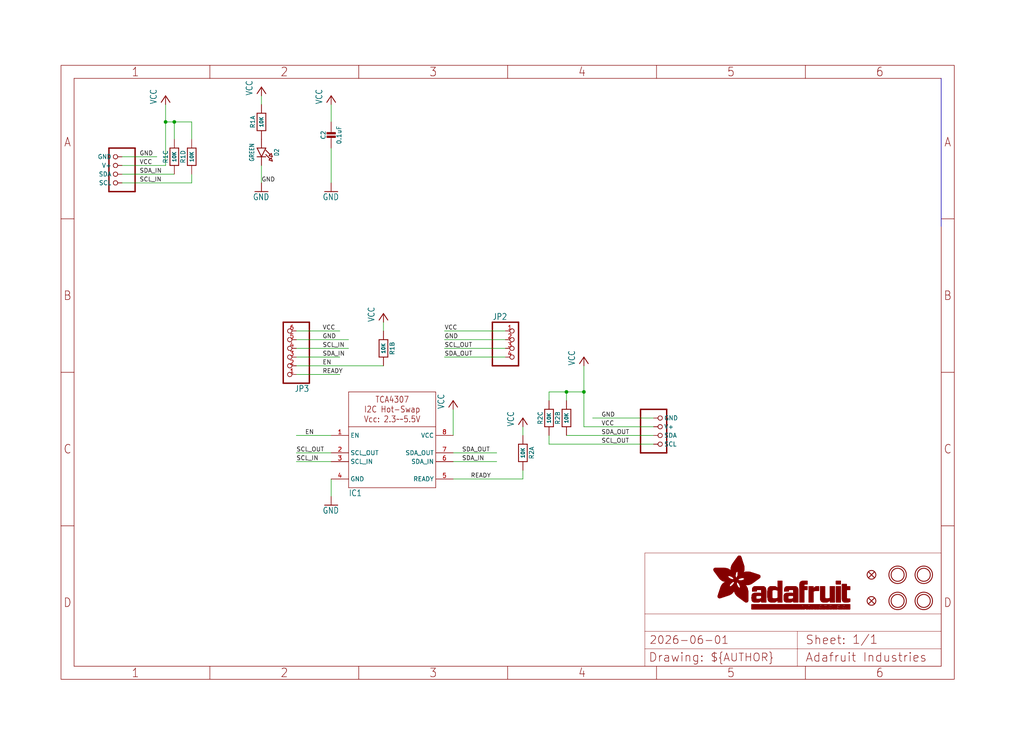
<source format=kicad_sch>
(kicad_sch (version 20230121) (generator eeschema)
  (paper "User" 298.45 217.322)
  (lib_symbols
    (symbol "working-eagle-import:CAP_CERAMIC0603_NO"
      (property "Reference" "C" (at -2.29 1.25 90))
      (symbol "CAP_CERAMIC0603_NO_1_0"
        (pin passive line (at 0 5.08 270) (length 2.54) (name "1") (number "1"))
        (pin passive line (at 0 -2.54 90) (length 2.54) (name "2") (number "2"))
      )
    )
    (symbol "working-eagle-import:FIDUCIAL_1MM")
    (symbol "working-eagle-import:FRAME_A4_ADAFRUIT"
      (symbol "FRAME_A4_ADAFRUIT_1_0"
        (text "${#}/${##}" (at 230.505 10.16 0) (effects (font (size 2.54 2.54)) (justify left bottom)))
        (text "${AUTHOR}" (at 189.23 5.08 0) (effects (font (size 2.286 2.286)) (justify left bottom)))
        (text "${CURRENT_DATE}" (at 171.45 10.16 0) (effects (font (size 2.286 2.286)) (justify left bottom)))
        (text "${PROJECTNAME}" (at 171.45 15.24 0) (effects (font (size 2.54 2.54)) (justify left bottom)))
        (text "1" (at 21.6958 1.905 0) (effects (font (size 2.54 2.286))))
        (text "1" (at 21.6958 177.165 0) (effects (font (size 2.54 2.286))))
        (text "2" (at 65.0875 1.905 0) (effects (font (size 2.54 2.286))))
        (text "2" (at 65.0875 177.165 0) (effects (font (size 2.54 2.286))))
        (text "3" (at 108.4792 1.905 0) (effects (font (size 2.54 2.286))))
        (text "3" (at 108.4792 177.165 0) (effects (font (size 2.54 2.286))))
        (text "4" (at 151.8708 1.905 0) (effects (font (size 2.54 2.286))))
        (text "4" (at 151.8708 177.165 0) (effects (font (size 2.54 2.286))))
        (text "5" (at 195.2625 1.905 0) (effects (font (size 2.54 2.286))))
        (text "5" (at 195.2625 177.165 0) (effects (font (size 2.54 2.286))))
        (text "6" (at 238.6542 1.905 0) (effects (font (size 2.54 2.286))))
        (text "6" (at 238.6542 177.165 0) (effects (font (size 2.54 2.286))))
        (text "A" (at 1.905 156.6863 0) (effects (font (size 2.54 2.286))))
        (text "A" (at 258.445 156.6863 0) (effects (font (size 2.54 2.286))))
        (text "Adafruit Industries" (at 216.916 4.953 0) (effects (font (size 2.54 2.54)) (justify left bottom)))
        (text "B" (at 1.905 111.9188 0) (effects (font (size 2.54 2.286))))
        (text "B" (at 258.445 111.9188 0) (effects (font (size 2.54 2.286))))
        (text "C" (at 1.905 67.1513 0) (effects (font (size 2.54 2.286))))
        (text "C" (at 258.445 67.1513 0) (effects (font (size 2.54 2.286))))
        (text "D" (at 1.905 22.3838 0) (effects (font (size 2.54 2.286))))
        (text "D" (at 258.445 22.3838 0) (effects (font (size 2.54 2.286))))
        (text "Drawing:" (at 171.196 4.953 0) (effects (font (size 2.54 2.54)) (justify left bottom)))
        (text "Sheet:" (at 216.916 10.033 0) (effects (font (size 2.54 2.54)) (justify left bottom)))
      )
    )
    (symbol "working-eagle-import:GND" (power)
      (property "Value" "GND" (at -2.54 -2.54 0))
      (symbol "GND_1_0"
        (pin power_in line (at 0 2.54 270) (length 2.54) (name "GND") (number "1"))
      )
    )
    (symbol "working-eagle-import:HEADER-1X4ROUND"
      (property "Reference" "JP" (at -6.35 8.255 0))
      (symbol "HEADER-1X4ROUND_1_0"
        (pin passive inverted (at -2.54 5.08 0) (length 2.54) (name "1") (number "1"))
        (pin passive inverted (at -2.54 2.54 0) (length 2.54) (name "2") (number "2"))
        (pin passive inverted (at -2.54 0 0) (length 2.54) (name "3") (number "3"))
        (pin passive inverted (at -2.54 -2.54 0) (length 2.54) (name "4") (number "4"))
      )
    )
    (symbol "working-eagle-import:HEADER-1X670MIL"
      (property "Reference" "JP" (at -6.35 10.795 0))
      (symbol "HEADER-1X670MIL_1_0"
        (pin passive inverted (at -2.54 7.62 0) (length 2.54) (name "1") (number "1"))
        (pin passive inverted (at -2.54 5.08 0) (length 2.54) (name "2") (number "2"))
        (pin passive inverted (at -2.54 2.54 0) (length 2.54) (name "3") (number "3"))
        (pin passive inverted (at -2.54 0 0) (length 2.54) (name "4") (number "4"))
        (pin passive inverted (at -2.54 -2.54 0) (length 2.54) (name "5") (number "5"))
        (pin passive inverted (at -2.54 -5.08 0) (length 2.54) (name "6") (number "6"))
      )
    )
    (symbol "working-eagle-import:LED0603_NOOUTLINE"
      (property "Reference" "D" (at -1.27 4.445 0))
      (symbol "LED0603_NOOUTLINE_1_0"
        (pin passive line (at -5.08 0 0) (length 2.54) (name "A") (number "A"))
        (pin passive line (at 2.54 0 180) (length 2.54) (name "C") (number "C"))
      )
    )
    (symbol "working-eagle-import:MOUNTINGHOLE2.5")
    (symbol "working-eagle-import:RESISTOR_4PACK"
      (property "Reference" "R" (at 0 2.54 0))
      (symbol "RESISTOR_4PACK_1_0"
        (pin passive line (at -5.08 0 0) (length 2.54) (name "1") (number "1"))
        (pin passive line (at 5.08 0 180) (length 2.54) (name "2") (number "8"))
      )
      (symbol "RESISTOR_4PACK_2_0"
        (pin passive line (at -5.08 0 0) (length 2.54) (name "1") (number "2"))
        (pin passive line (at 5.08 0 180) (length 2.54) (name "2") (number "7"))
      )
      (symbol "RESISTOR_4PACK_3_0"
        (pin passive line (at -5.08 0 0) (length 2.54) (name "1") (number "3"))
        (pin passive line (at 5.08 0 180) (length 2.54) (name "2") (number "6"))
      )
      (symbol "RESISTOR_4PACK_4_0"
        (pin passive line (at -5.08 0 0) (length 2.54) (name "1") (number "4"))
        (pin passive line (at 5.08 0 180) (length 2.54) (name "2") (number "5"))
      )
    )
    (symbol "working-eagle-import:STEMMA_I2C_QT"
      (symbol "STEMMA_I2C_QT_1_0"
        (pin passive inverted (at 0 5.08 0) (length 2.54) (name "GND") (number "1"))
        (pin passive inverted (at 0 2.54 0) (length 2.54) (name "V+") (number "2"))
        (pin passive inverted (at 0 0 0) (length 2.54) (name "SDA") (number "3"))
        (pin passive inverted (at 0 -2.54 0) (length 2.54) (name "SCL") (number "4"))
      )
      (symbol "STEMMA_I2C_QT_2_0"
        (pin bidirectional line (at 0 0 0) (length 5.08) (name "MT") (number "MT1"))
      )
      (symbol "STEMMA_I2C_QT_3_0"
        (pin bidirectional line (at 0 0 0) (length 5.08) (name "MT") (number "MT2"))
      )
    )
    (symbol "working-eagle-import:TCA4307"
      (property "Reference" "IC" (at -12.7 -12.7 0))
      (symbol "TCA4307_1_0"
        (text "TCA4307\nI2C Hot-Swap\nVcc: 2.3~~5.5V" (at 0 12.7 0) (effects (font (size 1.778 1.5113))))
        (pin bidirectional line (at -17.78 5.08 0) (length 5.08) (name "EN") (number "1"))
        (pin bidirectional line (at -17.78 0 0) (length 5.08) (name "SCL_OUT") (number "2"))
        (pin bidirectional line (at -17.78 -2.54 0) (length 5.08) (name "SCL_IN") (number "3"))
        (pin bidirectional line (at -17.78 -7.62 0) (length 5.08) (name "GND") (number "4"))
        (pin bidirectional line (at 17.78 -7.62 180) (length 5.08) (name "READY") (number "5"))
        (pin bidirectional line (at 17.78 -2.54 180) (length 5.08) (name "SDA_IN") (number "6"))
        (pin bidirectional line (at 17.78 0 180) (length 5.08) (name "SDA_OUT") (number "7"))
        (pin bidirectional line (at 17.78 5.08 180) (length 5.08) (name "VCC") (number "8"))
      )
    )
    (symbol "working-eagle-import:VCC" (power)
      (property "Value" "VCC" (at -2.54 -2.54 90))
      (symbol "VCC_1_0"
        (pin power_in line (at 0 -2.54 90) (length 2.54) (name "VCC") (number "1"))
      )
    )
  )
  (junction (at 48.26 35.56))
  (junction (at 50.8 35.56))
  (junction (at 170.18 114.3))
  (junction (at 165.1 114.3))
  (wire (pts (xy 147.32 99.06) (xy 129.54 99.06)) (stroke (width 0.1524)))
  (wire (pts (xy 160.02 114.3) (xy 160.02 116.84)) (stroke (width 0.1524)))
  (wire (pts (xy 165.1 114.3) (xy 165.1 116.84)) (stroke (width 0.1524)))
  (wire (pts (xy 96.52 139.7) (xy 96.52 144.78)) (stroke (width 0.1524)))
  (wire (pts (xy 132.08 139.7) (xy 152.4 139.7)) (stroke (width 0.1524)))
  (wire (pts (xy 96.52 132.08) (xy 86.36 132.08)) (stroke (width 0.1524)))
  (wire (pts (xy 86.36 99.06) (xy 101.6 99.06)) (stroke (width 0.1524)))
  (wire (pts (xy 111.76 93.98) (xy 111.76 96.52)) (stroke (width 0.1524)))
  (wire (pts (xy 132.08 134.62) (xy 144.78 134.62)) (stroke (width 0.1524)))
  (wire (pts (xy 152.4 139.7) (xy 152.4 137.16)) (stroke (width 0.1524)))
  (wire (pts (xy 86.36 106.68) (xy 111.76 106.68)) (stroke (width 0.1524)))
  (wire (pts (xy 50.8 40.64) (xy 50.8 35.56)) (stroke (width 0.1524)))
  (wire (pts (xy 129.54 104.14) (xy 147.32 104.14)) (stroke (width 0.1524)))
  (wire (pts (xy 152.4 127) (xy 152.4 124.46)) (stroke (width 0.1524)))
  (wire (pts (xy 48.26 48.26) (xy 48.26 35.56)) (stroke (width 0.1524)))
  (wire (pts (xy 55.88 53.34) (xy 55.88 50.8)) (stroke (width 0.1524)))
  (wire (pts (xy 96.52 53.34) (xy 96.52 43.18)) (stroke (width 0.1524)))
  (wire (pts (xy 76.2 27.94) (xy 76.2 30.48)) (stroke (width 0.1524)))
  (polyline (pts (xy 274.32 22.86) (xy 274.32 66.04)) (stroke (width 0.1524) (type solid)))
  (wire (pts (xy 35.56 48.26) (xy 48.26 48.26)) (stroke (width 0.1524)))
  (wire (pts (xy 190.5 129.54) (xy 160.02 129.54)) (stroke (width 0.1524)))
  (wire (pts (xy 86.36 134.62) (xy 96.52 134.62)) (stroke (width 0.1524)))
  (wire (pts (xy 48.26 35.56) (xy 50.8 35.56)) (stroke (width 0.1524)))
  (wire (pts (xy 35.56 50.8) (xy 50.8 50.8)) (stroke (width 0.1524)))
  (wire (pts (xy 170.18 124.46) (xy 170.18 114.3)) (stroke (width 0.1524)))
  (wire (pts (xy 86.36 104.14) (xy 99.06 104.14)) (stroke (width 0.1524)))
  (wire (pts (xy 165.1 114.3) (xy 160.02 114.3)) (stroke (width 0.1524)))
  (wire (pts (xy 170.18 114.3) (xy 165.1 114.3)) (stroke (width 0.1524)))
  (wire (pts (xy 170.18 106.68) (xy 170.18 114.3)) (stroke (width 0.1524)))
  (wire (pts (xy 96.52 30.48) (xy 96.52 35.56)) (stroke (width 0.1524)))
  (wire (pts (xy 50.8 35.56) (xy 55.88 35.56)) (stroke (width 0.1524)))
  (wire (pts (xy 86.36 109.22) (xy 99.06 109.22)) (stroke (width 0.1524)))
  (wire (pts (xy 55.88 35.56) (xy 55.88 40.64)) (stroke (width 0.1524)))
  (wire (pts (xy 190.5 124.46) (xy 170.18 124.46)) (stroke (width 0.1524)))
  (wire (pts (xy 86.36 96.52) (xy 99.06 96.52)) (stroke (width 0.1524)))
  (wire (pts (xy 160.02 127) (xy 160.02 129.54)) (stroke (width 0.1524)))
  (wire (pts (xy 76.2 48.26) (xy 76.2 53.34)) (stroke (width 0.1524)))
  (wire (pts (xy 172.72 121.92) (xy 190.5 121.92)) (stroke (width 0.1524)))
  (wire (pts (xy 144.78 132.08) (xy 132.08 132.08)) (stroke (width 0.1524)))
  (wire (pts (xy 48.26 30.48) (xy 48.26 35.56)) (stroke (width 0.1524)))
  (wire (pts (xy 35.56 53.34) (xy 55.88 53.34)) (stroke (width 0.1524)))
  (wire (pts (xy 96.52 127) (xy 86.36 127)) (stroke (width 0.1524)))
  (wire (pts (xy 35.56 45.72) (xy 45.72 45.72)) (stroke (width 0.1524)))
  (wire (pts (xy 132.08 127) (xy 132.08 119.38)) (stroke (width 0.1524)))
  (wire (pts (xy 147.32 96.52) (xy 129.54 96.52)) (stroke (width 0.1524)))
  (wire (pts (xy 86.36 101.6) (xy 101.6 101.6)) (stroke (width 0.1524)))
  (wire (pts (xy 129.54 101.6) (xy 147.32 101.6)) (stroke (width 0.1524)))
  (wire (pts (xy 165.1 127) (xy 190.5 127)) (stroke (width 0.1524)))
  (label "GND" (at 175.26 121.92 0) (effects (font (size 1.2446 1.2446))))
  (label "VCC" (at 93.98 96.52 0) (effects (font (size 1.2446 1.2446))))
  (label "GND" (at 129.54 99.06 0) (effects (font (size 1.2446 1.2446))))
  (label "SDA_IN" (at 40.64 50.8 0) (effects (font (size 1.2446 1.2446))))
  (label "SCL_IN" (at 93.98 101.6 0) (effects (font (size 1.2446 1.2446))))
  (label "SDA_IN" (at 134.62 134.62 0) (effects (font (size 1.2446 1.2446))))
  (label "SDA_OUT" (at 175.26 127 0) (effects (font (size 1.2446 1.2446))))
  (label "SDA_OUT" (at 129.54 104.14 0) (effects (font (size 1.2446 1.2446))))
  (label "SCL_IN" (at 40.64 53.34 0) (effects (font (size 1.2446 1.2446))))
  (label "EN" (at 88.9 127 0) (effects (font (size 1.2446 1.2446))))
  (label "GND" (at 40.64 45.72 0) (effects (font (size 1.2446 1.2446))))
  (label "VCC" (at 40.64 48.26 0) (effects (font (size 1.2446 1.2446))))
  (label "GND" (at 76.2 53.34 0) (effects (font (size 1.2446 1.2446))))
  (label "GND" (at 93.98 99.06 0) (effects (font (size 1.2446 1.2446))))
  (label "SDA_OUT" (at 134.62 132.08 0) (effects (font (size 1.2446 1.2446))))
  (label "SCL_OUT" (at 175.26 129.54 0) (effects (font (size 1.2446 1.2446))))
  (label "SCL_OUT" (at 129.54 101.6 0) (effects (font (size 1.2446 1.2446))))
  (label "READY" (at 137.16 139.7 0) (effects (font (size 1.2446 1.2446))))
  (label "VCC" (at 129.54 96.52 0) (effects (font (size 1.2446 1.2446))))
  (label "READY" (at 93.98 109.22 0) (effects (font (size 1.2446 1.2446))))
  (label "SDA_IN" (at 93.98 104.14 0) (effects (font (size 1.2446 1.2446))))
  (label "VCC" (at 175.26 124.46 0) (effects (font (size 1.2446 1.2446))))
  (label "SCL_IN" (at 86.36 134.62 0) (effects (font (size 1.2446 1.2446))))
  (label "EN" (at 93.98 106.68 0) (effects (font (size 1.2446 1.2446))))
  (label "SCL_OUT" (at 86.36 132.08 0) (effects (font (size 1.2446 1.2446))))
  (symbol (lib_id "working-eagle-import:MOUNTINGHOLE2.5") (at 269.24 175.26 0) (unit 1)
    (property "Reference" "U$21" (effects hide))
    (property "Value" "MOUNTINGHOLE2.5" (effects hide))
    (property "Footprint" "working:MOUNTINGHOLE_2.5_PLATED" (effects hide))
  )
  (symbol (lib_id "working-eagle-import:CAP_CERAMIC0603_NO") (at 96.52 40.64 0) (unit 1)
    (property "Reference" "C2" (at 94.23 39.39 90))
    (property "Value" "0.1uF" (at 98.82 39.39 90))
    (property "Footprint" "working:0603-NO" (effects hide))
  )
  (symbol (lib_id "working-eagle-import:MOUNTINGHOLE2.5") (at 261.62 167.64 0) (unit 1)
    (property "Reference" "U$17" (effects hide))
    (property "Value" "MOUNTINGHOLE2.5" (effects hide))
    (property "Footprint" "working:MOUNTINGHOLE_2.5_PLATED" (effects hide))
  )
  (symbol (lib_id "working-eagle-import:MOUNTINGHOLE2.5") (at 269.24 167.64 0) (unit 1)
    (property "Reference" "U$19" (effects hide))
    (property "Value" "MOUNTINGHOLE2.5" (effects hide))
    (property "Footprint" "working:MOUNTINGHOLE_2.5_PLATED" (effects hide))
  )
  (symbol (lib_id "working-eagle-import:VCC") (at 132.08 116.84 0) (unit 1)
    (property "Reference" "#P+5" (effects hide))
    (property "Value" "VCC" (at 129.54 119.38 90) (effects (font (size 1.778 1.5113)) (justify left bottom)))
  )
  (symbol (lib_id "working-eagle-import:VCC") (at 111.76 91.44 0) (unit 1)
    (property "Reference" "#P+6" (effects hide))
    (property "Value" "VCC" (at 109.22 93.98 90) (effects (font (size 1.778 1.5113)) (justify left bottom)))
  )
  (symbol (lib_id "working-eagle-import:FIDUCIAL_1MM") (at 254 167.64 0) (unit 1)
    (property "Reference" "FID4" (effects hide))
    (property "Value" "FIDUCIAL_1MM" (effects hide))
    (property "Footprint" "working:FIDUCIAL_1MM" (effects hide))
  )
  (symbol (lib_id "working-eagle-import:LED0603_NOOUTLINE") (at 76.2 45.72 270) (unit 1)
    (property "Reference" "D2" (at 80.645 44.45 0) (effects (font (size 1.27 1.0795))))
    (property "Value" "GREEN" (at 73.406 44.45 0) (effects (font (size 1.27 1.0795))))
    (property "Footprint" "working:CHIPLED_0603_NOOUTLINE" (effects hide))
  )
  (symbol (lib_id "working-eagle-import:RESISTOR_4PACK") (at 76.2 35.56 90) (unit 1)
    (property "Reference" "R1" (at 73.66 35.56 0))
    (property "Value" "10K" (at 76.2 35.56 0) (effects (font (size 1.016 1.016) bold)))
    (property "Footprint" "working:RESPACK_4X0603" (effects hide))
  )
  (symbol (lib_id "working-eagle-import:FRAME_A4_ADAFRUIT") (at 17.78 198.12 0) (unit 1)
    (property "Reference" "#U$18" (effects hide))
    (property "Value" "FRAME_A4_ADAFRUIT" (effects hide))
  )
  (symbol (lib_id "working-eagle-import:MOUNTINGHOLE2.5") (at 261.62 175.26 0) (unit 1)
    (property "Reference" "U$1" (effects hide))
    (property "Value" "MOUNTINGHOLE2.5" (effects hide))
    (property "Footprint" "working:MOUNTINGHOLE_2.5_PLATED" (effects hide))
  )
  (symbol (lib_id "working-eagle-import:RESISTOR_4PACK") (at 152.4 132.08 270) (unit 1)
    (property "Reference" "R2" (at 154.94 132.08 0))
    (property "Value" "10K" (at 152.4 132.08 0) (effects (font (size 1.016 1.016) bold)))
    (property "Footprint" "working:RESPACK_4X0603" (effects hide))
  )
  (symbol (lib_id "working-eagle-import:VCC") (at 76.2 25.4 0) (unit 1)
    (property "Reference" "#P+1" (effects hide))
    (property "Value" "VCC" (at 73.66 27.94 90) (effects (font (size 1.778 1.5113)) (justify left bottom)))
  )
  (symbol (lib_id "working-eagle-import:HEADER-1X670MIL") (at 83.82 101.6 180) (unit 1)
    (property "Reference" "JP3" (at 90.17 112.395 0) (effects (font (size 1.778 1.5113)) (justify left bottom)))
    (property "Value" "HEADER-1X670MIL" (effects hide))
    (property "Footprint" "working:1X06_ROUND_70" (effects hide))
  )
  (symbol (lib_id "working-eagle-import:STEMMA_I2C_QT") (at 190.5 127 0) (unit 1)
    (property "Reference" "CONN4" (effects hide))
    (property "Value" "STEMMA_I2C_QT" (effects hide))
    (property "Footprint" "working:JST_SH4" (effects hide))
  )
  (symbol (lib_id "working-eagle-import:RESISTOR_4PACK") (at 50.8 45.72 90) (unit 3)
    (property "Reference" "R1" (at 48.26 45.72 0))
    (property "Value" "10K" (at 50.8 45.72 0) (effects (font (size 1.016 1.016) bold)))
    (property "Footprint" "working:RESPACK_4X0603" (effects hide))
  )
  (symbol (lib_id "working-eagle-import:VCC") (at 152.4 121.92 0) (unit 1)
    (property "Reference" "#P+7" (effects hide))
    (property "Value" "VCC" (at 149.86 124.46 90) (effects (font (size 1.778 1.5113)) (justify left bottom)))
  )
  (symbol (lib_id "working-eagle-import:GND") (at 96.52 147.32 0) (unit 1)
    (property "Reference" "#GND3" (effects hide))
    (property "Value" "GND" (at 93.98 149.86 0) (effects (font (size 1.778 1.5113)) (justify left bottom)))
  )
  (symbol (lib_id "working-eagle-import:GND") (at 96.52 55.88 0) (unit 1)
    (property "Reference" "#GND2" (effects hide))
    (property "Value" "GND" (at 93.98 58.42 0) (effects (font (size 1.778 1.5113)) (justify left bottom)))
  )
  (symbol (lib_id "working-eagle-import:HEADER-1X4ROUND") (at 149.86 101.6 0) (unit 1)
    (property "Reference" "JP2" (at 143.51 93.345 0) (effects (font (size 1.778 1.5113)) (justify left bottom)))
    (property "Value" "HEADER-1X4ROUND" (effects hide))
    (property "Footprint" "working:1X04_ROUND" (effects hide))
  )
  (symbol (lib_id "working-eagle-import:RESISTOR_4PACK") (at 55.88 45.72 90) (unit 4)
    (property "Reference" "R1" (at 53.34 45.72 0))
    (property "Value" "10K" (at 55.88 45.72 0) (effects (font (size 1.016 1.016) bold)))
    (property "Footprint" "working:RESPACK_4X0603" (effects hide))
  )
  (symbol (lib_id "working-eagle-import:RESISTOR_4PACK") (at 160.02 121.92 90) (unit 3)
    (property "Reference" "R2" (at 157.48 121.92 0))
    (property "Value" "10K" (at 160.02 121.92 0) (effects (font (size 1.016 1.016) bold)))
    (property "Footprint" "working:RESPACK_4X0603" (effects hide))
  )
  (symbol (lib_id "working-eagle-import:VCC") (at 170.18 104.14 0) (unit 1)
    (property "Reference" "#P+4" (effects hide))
    (property "Value" "VCC" (at 167.64 106.68 90) (effects (font (size 1.778 1.5113)) (justify left bottom)))
  )
  (symbol (lib_id "working-eagle-import:RESISTOR_4PACK") (at 165.1 121.92 90) (unit 2)
    (property "Reference" "R2" (at 162.56 121.92 0))
    (property "Value" "10K" (at 165.1 121.92 0) (effects (font (size 1.016 1.016) bold)))
    (property "Footprint" "working:RESPACK_4X0603" (effects hide))
  )
  (symbol (lib_id "working-eagle-import:RESISTOR_4PACK") (at 111.76 101.6 270) (unit 2)
    (property "Reference" "R1" (at 114.3 101.6 0))
    (property "Value" "10K" (at 111.76 101.6 0) (effects (font (size 1.016 1.016) bold)))
    (property "Footprint" "working:RESPACK_4X0603" (effects hide))
  )
  (symbol (lib_id "working-eagle-import:TCA4307") (at 114.3 132.08 0) (unit 1)
    (property "Reference" "IC1" (at 101.6 144.78 0) (effects (font (size 1.778 1.5113)) (justify left bottom)))
    (property "Value" "TCA4307" (effects hide))
    (property "Footprint" "working:TSSOP8" (effects hide))
  )
  (symbol (lib_id "working-eagle-import:GND") (at 76.2 55.88 0) (unit 1)
    (property "Reference" "#GND1" (effects hide))
    (property "Value" "GND" (at 73.66 58.42 0) (effects (font (size 1.778 1.5113)) (justify left bottom)))
  )
  (symbol (lib_id "working-eagle-import:VCC") (at 48.26 27.94 0) (unit 1)
    (property "Reference" "#P+2" (effects hide))
    (property "Value" "VCC" (at 45.72 30.48 90) (effects (font (size 1.778 1.5113)) (justify left bottom)))
  )
  (symbol (lib_id "working-eagle-import:STEMMA_I2C_QT") (at 35.56 50.8 0) (mirror y) (unit 1)
    (property "Reference" "CONN3" (effects hide))
    (property "Value" "STEMMA_I2C_QT" (effects hide))
    (property "Footprint" "working:JST_SH4" (effects hide))
  )
  (symbol (lib_id "working-eagle-import:VCC") (at 96.52 27.94 0) (unit 1)
    (property "Reference" "#P+3" (effects hide))
    (property "Value" "VCC" (at 93.98 30.48 90) (effects (font (size 1.778 1.5113)) (justify left bottom)))
  )
  (symbol (lib_id "working-eagle-import:FIDUCIAL_1MM") (at 254 175.26 0) (unit 1)
    (property "Reference" "FID3" (effects hide))
    (property "Value" "FIDUCIAL_1MM" (effects hide))
    (property "Footprint" "working:FIDUCIAL_1MM" (effects hide))
  )
)
</source>
